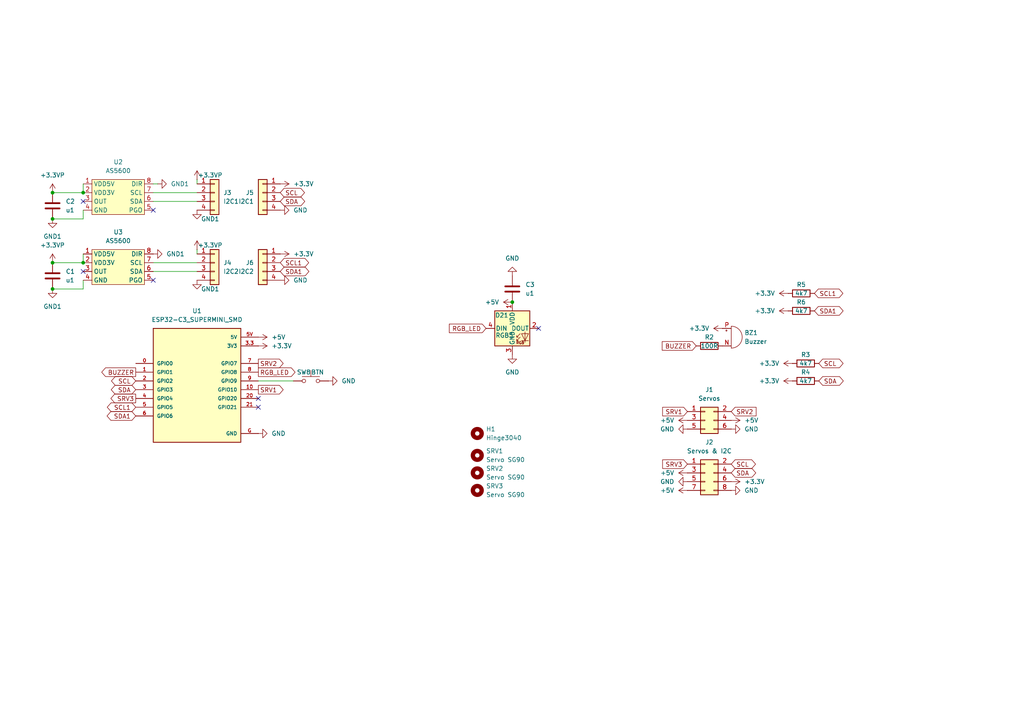
<source format=kicad_sch>
(kicad_sch (version 20250114) (generator "eeschema") (generator_version "9.0")
  (paper "A4")
  (lib_symbols
    (symbol "Connector_Generic:Conn_01x04" (pin_names (offset 1.016) (hide yes))
      (property "Reference" "J" (at 0 5.08 0))
      (property "Value" "Conn_01x04" (at 0 -7.62 0))
      (symbol "Conn_01x04_1_1"
        (rectangle (start -1.27 3.81) (end 1.27 -6.35) (stroke (width 0.254)) (fill (type background)))
        (rectangle (start -1.27 2.667) (end 0 2.413) (stroke (width 0.1524)))
        (rectangle (start -1.27 0.127) (end 0 -0.127) (stroke (width 0.1524)))
        (rectangle (start -1.27 -2.413) (end 0 -2.667) (stroke (width 0.1524)))
        (rectangle (start -1.27 -4.953) (end 0 -5.207) (stroke (width 0.1524)))
        (pin passive line (at -5.08 2.54 0) (length 3.81) (name "Pin_1") (number "1"))
        (pin passive line (at -5.08 0 0) (length 3.81) (name "Pin_2") (number "2"))
        (pin passive line (at -5.08 -2.54 0) (length 3.81) (name "Pin_3") (number "3"))
        (pin passive line (at -5.08 -5.08 0) (length 3.81) (name "Pin_4") (number "4"))
      )
    )
    (symbol "Connector_Generic:Conn_02x03_Odd_Even" (pin_names (offset 1.016) (hide yes))
      (property "Reference" "J" (at 1.27 5.08 0))
      (property "Value" "Conn_02x03_Odd_Even" (at 1.27 -5.08 0))
      (symbol "Conn_02x03_Odd_Even_1_1"
        (rectangle (start -1.27 3.81) (end 3.81 -3.81) (stroke (width 0.254)) (fill (type background)))
        (rectangle (start -1.27 2.667) (end 0 2.413) (stroke (width 0.1524)))
        (rectangle (start -1.27 0.127) (end 0 -0.127) (stroke (width 0.1524)))
        (rectangle (start -1.27 -2.413) (end 0 -2.667) (stroke (width 0.1524)))
        (rectangle (start 3.81 2.667) (end 2.54 2.413) (stroke (width 0.1524)))
        (rectangle (start 3.81 0.127) (end 2.54 -0.127) (stroke (width 0.1524)))
        (rectangle (start 3.81 -2.413) (end 2.54 -2.667) (stroke (width 0.1524)))
        (pin passive line (at -5.08 2.54 0) (length 3.81) (name "Pin_1") (number "1"))
        (pin passive line (at -5.08 0 0) (length 3.81) (name "Pin_3") (number "3"))
        (pin passive line (at -5.08 -2.54 0) (length 3.81) (name "Pin_5") (number "5"))
        (pin passive line (at 7.62 2.54 180) (length 3.81) (name "Pin_2") (number "2"))
        (pin passive line (at 7.62 0 180) (length 3.81) (name "Pin_4") (number "4"))
        (pin passive line (at 7.62 -2.54 180) (length 3.81) (name "Pin_6") (number "6"))
      )
    )
    (symbol "Connector_Generic:Conn_02x04_Odd_Even" (pin_names (offset 1.016) (hide yes))
      (property "Reference" "J" (at 1.27 5.08 0))
      (property "Value" "Conn_02x04_Odd_Even" (at 1.27 -7.62 0))
      (symbol "Conn_02x04_Odd_Even_1_1"
        (rectangle (start -1.27 3.81) (end 3.81 -6.35) (stroke (width 0.254)) (fill (type background)))
        (rectangle (start -1.27 2.667) (end 0 2.413) (stroke (width 0.1524)))
        (rectangle (start -1.27 0.127) (end 0 -0.127) (stroke (width 0.1524)))
        (rectangle (start -1.27 -2.413) (end 0 -2.667) (stroke (width 0.1524)))
        (rectangle (start -1.27 -4.953) (end 0 -5.207) (stroke (width 0.1524)))
        (rectangle (start 3.81 2.667) (end 2.54 2.413) (stroke (width 0.1524)))
        (rectangle (start 3.81 0.127) (end 2.54 -0.127) (stroke (width 0.1524)))
        (rectangle (start 3.81 -2.413) (end 2.54 -2.667) (stroke (width 0.1524)))
        (rectangle (start 3.81 -4.953) (end 2.54 -5.207) (stroke (width 0.1524)))
        (pin passive line (at -5.08 2.54 0) (length 3.81) (name "Pin_1") (number "1"))
        (pin passive line (at -5.08 0 0) (length 3.81) (name "Pin_3") (number "3"))
        (pin passive line (at -5.08 -2.54 0) (length 3.81) (name "Pin_5") (number "5"))
        (pin passive line (at -5.08 -5.08 0) (length 3.81) (name "Pin_7") (number "7"))
        (pin passive line (at 7.62 2.54 180) (length 3.81) (name "Pin_2") (number "2"))
        (pin passive line (at 7.62 0 180) (length 3.81) (name "Pin_4") (number "4"))
        (pin passive line (at 7.62 -2.54 180) (length 3.81) (name "Pin_6") (number "6"))
        (pin passive line (at 7.62 -5.08 180) (length 3.81) (name "Pin_8") (number "8"))
      )
    )
    (symbol "Device:C" (pin_numbers (hide yes)) (pin_names (offset 0.254))
      (property "Reference" "C" (at 0.635 2.54 0))
      (property "Value" "C" (at 0.635 -2.54 0))
      (symbol "C_0_1"
        (polyline (pts (xy -2.032 0.762) (xy 2.032 0.762)) (stroke (width 0.508)))
        (polyline (pts (xy -2.032 -0.762) (xy 2.032 -0.762)) (stroke (width 0.508)))
      )
      (symbol "C_1_1"
        (pin passive line (at 0 3.81 270) (length 2.794) (name "~") (number "1"))
        (pin passive line (at 0 -3.81 90) (length 2.794) (name "~") (number "2"))
      )
    )
    (symbol "Device:R" (pin_numbers (hide yes)) (pin_names (offset 0))
      (property "Reference" "R" (at 2.032 0 90))
      (property "Value" "R" (at 0 0 90))
      (symbol "R_0_1"
        (rectangle (start -1.016 -2.54) (end 1.016 2.54) (stroke (width 0.254)))
      )
      (symbol "R_1_1"
        (pin passive line (at 0 3.81 270) (length 1.27) (name "~") (number "1"))
        (pin passive line (at 0 -3.81 90) (length 1.27) (name "~") (number "2"))
      )
    )
    (symbol "Mechanical:MountingHole" (pin_names (offset 1.016)) (in_bom no)
      (property "Reference" "H" (at 0 5.08 0))
      (property "Value" "MountingHole" (at 0 3.175 0))
      (symbol "MountingHole_0_1"
        (circle (center 0 0) (radius 1.27) (stroke (width 1.27)))
      )
    )
    (symbol "Switch:SW_Push" (pin_numbers (hide yes)) (pin_names (offset 1.016) (hide yes))
      (property "Reference" "SW" (at 1.27 2.54 0))
      (property "Value" "SW_Push" (at 0 -1.524 0))
      (symbol "SW_Push_0_1"
        (circle (center -2.032 0) (radius 0.508))
        (polyline (pts (xy 0 1.27) (xy 0 3.048)))
        (circle (center 2.032 0) (radius 0.508))
        (polyline (pts (xy 2.54 1.27) (xy -2.54 1.27)))
        (pin passive line (at -5.08 0 0) (length 2.54) (name "1") (number "1"))
        (pin passive line (at 5.08 0 180) (length 2.54) (name "2") (number "2"))
      )
    )
    (symbol "liebler_MECH:Buzzer" (pin_names (offset 0.0254) (hide yes))
      (property "Reference" "BZ" (at 3.81 1.27 0))
      (property "Value" "Buzzer" (at 3.81 -1.27 0))
      (symbol "Buzzer_0_1"
        (polyline (pts (xy -1.651 1.905) (xy -1.143 1.905)))
        (polyline (pts (xy -1.397 2.159) (xy -1.397 1.651)))
        (arc (start 0 3.175) (mid 3.1612 0) (end 0 -3.175))
        (polyline (pts (xy 0 3.175) (xy 0 -3.175)))
      )
      (symbol "Buzzer_1_1"
        (pin passive line (at -2.54 2.54 0) (length 2.54) (name "+") (number "P"))
        (pin passive line (at -2.54 -2.54 0) (length 2.54) (name "-") (number "N"))
      )
    )
    (symbol "liebler_MODULES:ESP32-C3_SUPERMINI_SMD" (pin_names (offset 1.016))
      (property "Reference" "U" (at -12.7 16.002 0))
      (property "Value" "ESP32-C3_SUPERMINI_SMD" (at -12.7 -20.32 0))
      (symbol "ESP32-C3_SUPERMINI_SMD_0_0"
        (rectangle (start -12.7 -17.78) (end 12.7 15.24) (stroke (width 0.254)) (fill (type background)))
        (pin bidirectional line (at -17.78 5.08 0) (length 5.08) (name "GPIO0") (number "0"))
        (pin bidirectional line (at -17.78 2.54 0) (length 5.08) (name "GPIO1") (number "1"))
        (pin bidirectional line (at -17.78 0 0) (length 5.08) (name "GPIO2") (number "2"))
        (pin bidirectional line (at -17.78 -2.54 0) (length 5.08) (name "GPIO3") (number "3"))
        (pin bidirectional line (at -17.78 -5.08 0) (length 5.08) (name "GPIO4") (number "4"))
        (pin bidirectional line (at -17.78 -7.62 0) (length 5.08) (name "GPIO5") (number "5"))
        (pin bidirectional line (at -17.78 -10.16 0) (length 5.08) (name "GPIO6") (number "6"))
        (pin power_in line (at 17.78 12.7 180) (length 5.08) (name "5V") (number "5V"))
        (pin power_in line (at 17.78 10.16 180) (length 5.08) (name "3V3") (number "3.3"))
        (pin bidirectional line (at 17.78 5.08 180) (length 5.08) (name "GPIO7") (number "7"))
        (pin bidirectional line (at 17.78 2.54 180) (length 5.08) (name "GPIO8") (number "8"))
        (pin bidirectional line (at 17.78 0 180) (length 5.08) (name "GPIO9") (number "9"))
        (pin bidirectional line (at 17.78 -2.54 180) (length 5.08) (name "GPIO10") (number "10"))
        (pin bidirectional line (at 17.78 -5.08 180) (length 5.08) (name "GPIO20") (number "20"))
        (pin bidirectional line (at 17.78 -7.62 180) (length 5.08) (name "GPIO21") (number "21"))
        (pin power_in line (at 17.78 -15.24 180) (length 5.08) (name "GND") (number "G"))
      )
    )
    (symbol "liebler_OPTO:SK6812MINI-E_Reverse" (pin_names (offset 0.254))
      (property "Reference" "D" (at 5.08 5.715 0))
      (property "Value" "SK6812MINI-E_Reverse" (at 1.27 -5.715 0))
      (symbol "SK6812MINI-E_Reverse_0_0"
        (text "RGB" (at 2.286 -4.191 0) (effects (font (size 0.762 0.762))))
      )
      (symbol "SK6812MINI-E_Reverse_0_1"
        (rectangle (start -5.08 5.08) (end 5.08 -5.08) (stroke (width 0.254)) (fill (type background)))
        (polyline (pts (xy 1.27 -2.54) (xy 1.778 -2.54)))
        (polyline (pts (xy 1.27 -3.556) (xy 1.778 -3.556)))
        (polyline (pts (xy 2.286 -1.524) (xy 1.27 -2.54) (xy 1.27 -2.032)))
        (polyline (pts (xy 2.286 -2.54) (xy 1.27 -3.556) (xy 1.27 -3.048)))
        (polyline (pts (xy 3.683 -1.016) (xy 3.683 -3.556) (xy 3.683 -4.064)))
        (polyline (pts (xy 4.699 -1.524) (xy 2.667 -1.524) (xy 3.683 -3.556) (xy 4.699 -1.524)))
        (polyline (pts (xy 4.699 -3.556) (xy 2.667 -3.556)))
      )
      (symbol "SK6812MINI-E_Reverse_1_1"
        (pin input line (at -7.62 0 0) (length 2.54) (name "DIN") (number "4"))
        (pin power_in line (at 0 7.62 270) (length 2.54) (name "VDD") (number "1"))
        (pin power_in line (at 0 -7.62 90) (length 2.54) (name "GND") (number "3"))
        (pin output line (at 7.62 0 180) (length 2.54) (name "DOUT") (number "2"))
      )
    )
    (symbol "liebler_SEMICONDUCTORS:AS5600"
      (property "Reference" "U" (at 0 0 0))
      (property "Value" "AS5600" (at 0 0 0))
      (symbol "AS5600_1_1"
        (rectangle (start -7.62 5.08) (end 7.62 -5.08) (fill (type background)))
        (pin power_in line (at -10.16 3.81 0) (length 2.54) (name "VDD5V") (number "1"))
        (pin power_in line (at -10.16 1.27 0) (length 2.54) (name "VDD3V") (number "2"))
        (pin output line (at -10.16 -1.27 0) (length 2.54) (name "OUT") (number "3"))
        (pin power_in line (at -10.16 -3.81 0) (length 2.54) (name "GND") (number "4"))
        (pin input line (at 10.16 3.81 180) (length 2.54) (name "DIR") (number "8"))
        (pin bidirectional line (at 10.16 1.27 180) (length 2.54) (name "SCL") (number "7"))
        (pin bidirectional line (at 10.16 -1.27 180) (length 2.54) (name "SDA") (number "6"))
        (pin input line (at 10.16 -3.81 180) (length 2.54) (name "PGO") (number "5"))
      )
    )
    (symbol "power:+3.3V" (power) (pin_numbers (hide yes)) (pin_names (offset 0) (hide yes))
      (property "Value" "+3.3V" (at 0 3.556 0))
      (symbol "+3.3V_0_1"
        (polyline (pts (xy -0.762 1.27) (xy 0 2.54)))
        (polyline (pts (xy 0 2.54) (xy 0.762 1.27)))
        (polyline (pts (xy 0 0) (xy 0 2.54)))
      )
      (symbol "+3.3V_1_1"
        (pin power_in line (at 0 0 90) (length 0) (name "~") (number "1"))
      )
    )
    (symbol "power:+3.3VP" (power) (pin_numbers (hide yes)) (pin_names (offset 0) (hide yes))
      (property "Value" "+3.3VP" (at 0 3.556 0))
      (symbol "+3.3VP_0_0"
        (pin power_in line (at 0 0 90) (length 0) (name "~") (number "1"))
      )
      (symbol "+3.3VP_0_1"
        (polyline (pts (xy -0.762 1.27) (xy 0 2.54)))
        (polyline (pts (xy 0 2.54) (xy 0.762 1.27)))
        (polyline (pts (xy 0 0) (xy 0 2.54)))
      )
    )
    (symbol "power:+5V" (power) (pin_numbers (hide yes)) (pin_names (offset 0) (hide yes))
      (property "Value" "+5V" (at 0 3.556 0))
      (symbol "+5V_0_1"
        (polyline (pts (xy -0.762 1.27) (xy 0 2.54)))
        (polyline (pts (xy 0 2.54) (xy 0.762 1.27)))
        (polyline (pts (xy 0 0) (xy 0 2.54)))
      )
      (symbol "+5V_1_1"
        (pin power_in line (at 0 0 90) (length 0) (name "~") (number "1"))
      )
    )
    (symbol "power:GND" (power) (pin_numbers (hide yes)) (pin_names (offset 0) (hide yes))
      (property "Value" "GND" (at 0 -3.81 0))
      (symbol "GND_0_1"
        (polyline (pts (xy 0 0) (xy 0 -1.27) (xy 1.27 -1.27) (xy 0 -2.54) (xy -1.27 -1.27) (xy 0 -1.27)))
      )
      (symbol "GND_1_1"
        (pin power_in line (at 0 0 270) (length 0) (name "~") (number "1"))
      )
    )
    (symbol "power:GND1" (power) (pin_numbers (hide yes)) (pin_names (offset 0) (hide yes))
      (property "Value" "GND1" (at 0 -3.81 0))
      (symbol "GND1_0_1"
        (polyline (pts (xy 0 0) (xy 0 -1.27) (xy 1.27 -1.27) (xy 0 -2.54) (xy -1.27 -1.27) (xy 0 -1.27)))
      )
      (symbol "GND1_1_1"
        (pin power_in line (at 0 0 270) (length 0) (name "~") (number "1"))
      )
    )
  )
  (junction (at 15.24 55.88))
  (junction (at 15.24 83.82))
  (junction (at 15.24 76.2))
  (junction (at 15.24 63.5))
  (junction (at 24.13 76.2))
  (junction (at 148.59 87.63))
  (junction (at 24.13 55.88))
  (no_connect (at 44.45 60.96))
  (no_connect (at 24.13 58.42))
  (no_connect (at 74.93 118.11))
  (no_connect (at 156.21 95.25))
  (no_connect (at 74.93 115.57))
  (no_connect (at 24.13 78.74))
  (no_connect (at 44.45 81.28))
  (wire (pts (xy 24.13 81.28) (xy 24.13 83.82)))
  (wire (pts (xy 44.45 58.42) (xy 57.15 58.42)))
  (wire (pts (xy 15.24 83.82) (xy 24.13 83.82)))
  (wire (pts (xy 57.15 53.34) (xy 57.15 52.07)))
  (wire (pts (xy 44.45 78.74) (xy 57.15 78.74)))
  (wire (pts (xy 74.93 110.49) (xy 85.09 110.49)))
  (wire (pts (xy 15.24 55.88) (xy 24.13 55.88)))
  (wire (pts (xy 24.13 73.66) (xy 24.13 76.2)))
  (wire (pts (xy 15.24 63.5) (xy 24.13 63.5)))
  (wire (pts (xy 15.24 76.2) (xy 24.13 76.2)))
  (wire (pts (xy 24.13 63.5) (xy 24.13 60.96)))
  (wire (pts (xy 44.45 55.88) (xy 57.15 55.88)))
  (wire (pts (xy 44.45 53.34) (xy 45.72 53.34)))
  (wire (pts (xy 57.15 73.66) (xy 57.15 72.39)))
  (wire (pts (xy 44.45 76.2) (xy 57.15 76.2)))
  (wire (pts (xy 24.13 53.34) (xy 24.13 55.88)))
  (global_label "SRV3" (shape output) (at 39.37 115.57 180) (property "Intersheetrefs" "${INTERSHEET_REFS}" (effects (hide yes))))
  (global_label "SCL" (shape bidirectional) (at 237.49 105.41 0) (property "Intersheetrefs" "${INTERSHEET_REFS}" (effects (hide yes))))
  (global_label "BUZZER" (shape input) (at 201.93 100.33 180) (property "Intersheetrefs" "${INTERSHEET_REFS}" (effects (hide yes))))
  (global_label "SDA" (shape bidirectional) (at 81.28 58.42 0) (property "Intersheetrefs" "${INTERSHEET_REFS}" (effects (hide yes))))
  (global_label "SRV1" (shape output) (at 74.93 113.03 0) (property "Intersheetrefs" "${INTERSHEET_REFS}" (effects (hide yes))))
  (global_label "SCL" (shape bidirectional) (at 39.37 110.49 180) (property "Intersheetrefs" "${INTERSHEET_REFS}" (effects (hide yes))))
  (global_label "SRV2" (shape output) (at 74.93 105.41 0) (property "Intersheetrefs" "${INTERSHEET_REFS}" (effects (hide yes))))
  (global_label "SCL" (shape bidirectional) (at 212.09 134.62 0) (property "Intersheetrefs" "${INTERSHEET_REFS}" (effects (hide yes))))
  (global_label "SDA1" (shape bidirectional) (at 81.28 78.74 0) (property "Intersheetrefs" "${INTERSHEET_REFS}" (effects (hide yes))))
  (global_label "SDA" (shape bidirectional) (at 237.49 110.49 0) (property "Intersheetrefs" "${INTERSHEET_REFS}" (effects (hide yes))))
  (global_label "SRV2" (shape input) (at 212.09 119.38 0) (property "Intersheetrefs" "${INTERSHEET_REFS}" (effects (hide yes))))
  (global_label "SRV3" (shape input) (at 199.39 134.62 180) (property "Intersheetrefs" "${INTERSHEET_REFS}" (effects (hide yes))))
  (global_label "RGB_LED" (shape input) (at 140.97 95.25 180) (property "Intersheetrefs" "${INTERSHEET_REFS}" (effects (hide yes))))
  (global_label "SCL1" (shape bidirectional) (at 81.28 76.2 0) (property "Intersheetrefs" "${INTERSHEET_REFS}" (effects (hide yes))))
  (global_label "SCL1" (shape bidirectional) (at 39.37 118.11 180) (property "Intersheetrefs" "${INTERSHEET_REFS}" (effects (hide yes))))
  (global_label "SDA1" (shape bidirectional) (at 236.22 90.17 0) (property "Intersheetrefs" "${INTERSHEET_REFS}" (effects (hide yes))))
  (global_label "SRV1" (shape input) (at 199.39 119.38 180) (property "Intersheetrefs" "${INTERSHEET_REFS}" (effects (hide yes))))
  (global_label "SDA1" (shape bidirectional) (at 39.37 120.65 180) (property "Intersheetrefs" "${INTERSHEET_REFS}" (effects (hide yes))))
  (global_label "SDA" (shape bidirectional) (at 39.37 113.03 180) (property "Intersheetrefs" "${INTERSHEET_REFS}" (effects (hide yes))))
  (global_label "BUZZER" (shape output) (at 39.37 107.95 180) (property "Intersheetrefs" "${INTERSHEET_REFS}" (effects (hide yes))))
  (global_label "RGB_LED" (shape output) (at 74.93 107.95 0) (property "Intersheetrefs" "${INTERSHEET_REFS}" (effects (hide yes))))
  (global_label "SCL1" (shape bidirectional) (at 236.22 85.09 0) (property "Intersheetrefs" "${INTERSHEET_REFS}" (effects (hide yes))))
  (global_label "SCL" (shape bidirectional) (at 81.28 55.88 0) (property "Intersheetrefs" "${INTERSHEET_REFS}" (effects (hide yes))))
  (global_label "SDA" (shape bidirectional) (at 212.09 137.16 0) (property "Intersheetrefs" "${INTERSHEET_REFS}" (effects (hide yes))))
  (symbol (lib_id "Connector_Generic:Conn_02x03_Odd_Even") (at 204.47 121.92 0) (unit 1)
    (property "Reference" "J1" (at 205.74 113.03 0))
    (property "Value" "Servos" (at 205.74 115.57 0))
    (property "Footprint" "Connector_PinHeader_2.54mm:PinHeader_2x03_P2.54mm_Vertical_SMD" (effects (hide yes)))
    (property "Description" "Generic connector, double row, 02x03, odd/even pin numbering scheme (row 1 odd numbers, row 2 even numbers), script generated (kicad-library-utils/schlib/autogen/connector/)" (effects (hide yes)))
  )
  (symbol (lib_id "power:GND1") (at 57.15 81.28 0) (unit 1)
    (property "Reference" "#PWR019" (effects (hide yes)))
    (property "Value" "GND1" (at 60.96 83.82 0))
    (property "Description" "Power symbol creates a global label with name \"GND1\" , ground" (effects (hide yes)))
  )
  (symbol (lib_id "power:+3.3V") (at 228.6 90.17 90) (unit 1)
    (property "Reference" "#PWR032" (effects (hide yes)))
    (property "Value" "+3.3V" (at 224.79 90.1699 90) (effects (justify left)))
    (property "Description" "Power symbol creates a global label with name \"+3.3V\"" (effects (hide yes)))
  )
  (symbol (lib_id "power:+3.3V") (at 81.28 53.34 270) (unit 1)
    (property "Reference" "#PWR026" (effects (hide yes)))
    (property "Value" "+3.3V" (at 85.09 53.3399 90) (effects (justify left)))
    (property "Description" "Power symbol creates a global label with name \"+3.3V\"" (effects (hide yes)))
  )
  (symbol (lib_id "Device:C") (at 148.59 83.82 180) (unit 1)
    (property "Reference" "C3" (at 152.4 82.5499 0) (effects (justify right)))
    (property "Value" "u1" (at 152.4 85.0899 0) (effects (justify right)))
    (property "Footprint" "Capacitor_SMD:C_1206_3216Metric_Pad1.33x1.80mm_HandSolder" (effects (hide yes)))
    (property "Description" "Unpolarized capacitor" (effects (hide yes)))
  )
  (symbol (lib_id "power:GND1") (at 15.24 83.82 0) (unit 1)
    (property "Reference" "#PWR024" (effects (hide yes)))
    (property "Value" "GND1" (at 15.24 88.9 0))
    (property "Description" "Power symbol creates a global label with name \"GND1\" , ground" (effects (hide yes)))
  )
  (symbol (lib_id "power:GND") (at 148.59 80.01 180) (unit 1)
    (property "Reference" "#PWR033" (effects (hide yes)))
    (property "Value" "GND" (at 148.59 74.93 0))
    (property "Description" "Power symbol creates a global label with name \"GND\" , ground" (effects (hide yes)))
  )
  (symbol (lib_id "Device:R") (at 232.41 85.09 270) (unit 1)
    (property "Reference" "R5" (at 232.41 82.55 90))
    (property "Value" "4k7" (at 232.41 85.09 90))
    (property "Footprint" "Resistor_SMD:R_1206_3216Metric_Pad1.30x1.75mm_HandSolder" (effects (hide yes)))
    (property "Description" "Resistor" (effects (hide yes)))
  )
  (symbol (lib_id "liebler_MODULES:ESP32-C3_SUPERMINI_SMD") (at 57.15 110.49 0) (unit 1)
    (property "Reference" "U1" (at 57.15 90.17 0))
    (property "Value" "ESP32-C3_SUPERMINI_SMD" (at 57.15 92.71 0))
    (property "Footprint" "liebler_MODULES:MODULE_ESP32-C3_SUPERMINI" (effects (hide yes)))
    (property "MF" "Espressif Systems" (effects (hide yes)))
    (property "MAXIMUM_PACKAGE_HEIGHT" "4.2mm" (effects (hide yes)))
    (property "Package" "None" (effects (hide yes)))
    (property "Price" "None" (effects (hide yes)))
    (property "Check_prices" "https://www.snapeda.com/parts/ESP32-C3%20SuperMini_SMD/Espressif+Systems/view-part/?ref=eda" (effects (hide yes)))
    (property "STANDARD" "Manufacturer Recommendations" (effects (hide yes)))
    (property "SnapEDA_Link" "https://www.snapeda.com/parts/ESP32-C3%20SuperMini_SMD/Espressif+Systems/view-part/?ref=snap" (effects (hide yes)))
    (property "MP" "ESP32-C3 SuperMini_SMD" (effects (hide yes)))
    (property "Description_1" "Super tiny ESP32-C3 board" (effects (hide yes)))
    (property "Availability" "Not in stock" (effects (hide yes)))
    (property "MANUFACTURER" "Espressif" (effects (hide yes)))
  )
  (symbol (lib_id "power:GND") (at 199.39 124.46 270) (unit 1)
    (property "Reference" "#PWR04" (effects (hide yes)))
    (property "Value" "GND" (at 195.58 124.4599 90) (effects (justify right)))
    (property "Description" "Power symbol creates a global label with name \"GND\" , ground" (effects (hide yes)))
  )
  (symbol (lib_id "Mechanical:MountingHole") (at 138.43 142.24 0) (unit 1) (in_bom no)
    (property "Reference" "SRV3" (at 140.97 140.9699 0) (effects (justify left)))
    (property "Value" "Servo SG90" (at 140.97 143.5099 0) (effects (justify left)))
    (property "Footprint" "liebler_MECH:SG90_vertical_PCB" (effects (hide yes)))
    (property "Description" "Mounting Hole without connection" (effects (hide yes)))
  )
  (symbol (lib_id "power:+3.3V") (at 229.87 105.41 90) (unit 1)
    (property "Reference" "#PWR013" (effects (hide yes)))
    (property "Value" "+3.3V" (at 226.06 105.4099 90) (effects (justify left)))
    (property "Description" "Power symbol creates a global label with name \"+3.3V\"" (effects (hide yes)))
  )
  (symbol (lib_id "Device:R") (at 205.74 100.33 270) (unit 1)
    (property "Reference" "R2" (at 205.74 97.79 90))
    (property "Value" "100R" (at 205.74 100.33 90))
    (property "Footprint" "Resistor_SMD:R_1206_3216Metric_Pad1.30x1.75mm_HandSolder" (effects (hide yes)))
    (property "Description" "Resistor" (effects (hide yes)))
  )
  (symbol (lib_id "power:+3.3VP") (at 57.15 72.39 0) (unit 1)
    (property "Reference" "#PWR018" (effects (hide yes)))
    (property "Value" "+3.3VP" (at 60.96 71.12 0))
    (property "Description" "Power symbol creates a global label with name \"+3.3VP\"" (effects (hide yes)))
  )
  (symbol (lib_id "power:GND1") (at 44.45 73.66 90) (unit 1)
    (property "Reference" "#PWR022" (effects (hide yes)))
    (property "Value" "GND1" (at 48.26 73.6599 90) (effects (justify right)))
    (property "Description" "Power symbol creates a global label with name \"GND1\" , ground" (effects (hide yes)))
  )
  (symbol (lib_id "power:+3.3V") (at 81.28 73.66 270) (unit 1)
    (property "Reference" "#PWR027" (effects (hide yes)))
    (property "Value" "+3.3V" (at 85.09 73.6599 90) (effects (justify left)))
    (property "Description" "Power symbol creates a global label with name \"+3.3V\"" (effects (hide yes)))
  )
  (symbol (lib_id "Device:R") (at 233.68 105.41 270) (unit 1)
    (property "Reference" "R3" (at 233.68 102.87 90))
    (property "Value" "4k7" (at 233.68 105.41 90))
    (property "Footprint" "Resistor_SMD:R_1206_3216Metric_Pad1.30x1.75mm_HandSolder" (effects (hide yes)))
    (property "Description" "Resistor" (effects (hide yes)))
  )
  (symbol (lib_id "Connector_Generic:Conn_01x04") (at 62.23 76.2 0) (unit 1)
    (property "Reference" "J4" (at 64.77 76.1999 0) (effects (justify left)))
    (property "Value" "I2C2" (at 64.77 78.7399 0) (effects (justify left)))
    (property "Footprint" "Connector_PinHeader_2.54mm:PinHeader_1x04_P2.54mm_Vertical" (effects (hide yes)))
    (property "Description" "Generic connector, single row, 01x04, script generated (kicad-library-utils/schlib/autogen/connector/)" (effects (hide yes)))
  )
  (symbol (lib_id "liebler_SEMICONDUCTORS:AS5600") (at 34.29 77.47 0) (unit 1)
    (property "Reference" "U3" (at 34.29 67.31 0))
    (property "Value" "AS5600" (at 34.29 69.85 0))
    (property "Footprint" "liebler_SEMICONDUCTORS:SOIC-8_3.9x4.9mm_P1.27mm_handsolder" (effects (hide yes)))
  )
  (symbol (lib_id "power:GND") (at 212.09 124.46 90) (mirror x) (unit 1)
    (property "Reference" "#PWR05" (effects (hide yes)))
    (property "Value" "GND" (at 215.9 124.4599 90) (effects (justify right)))
    (property "Description" "Power symbol creates a global label with name \"GND\" , ground" (effects (hide yes)))
  )
  (symbol (lib_id "Mechanical:MountingHole") (at 138.43 137.16 0) (unit 1) (in_bom no)
    (property "Reference" "SRV2" (at 140.97 135.8899 0) (effects (justify left)))
    (property "Value" "Servo SG90" (at 140.97 138.4299 0) (effects (justify left)))
    (property "Footprint" "liebler_MECH:SG90_PCB" (effects (hide yes)))
    (property "Description" "Mounting Hole without connection" (effects (hide yes)))
  )
  (symbol (lib_id "power:GND") (at 212.09 142.24 90) (unit 1)
    (property "Reference" "#PWR017" (effects (hide yes)))
    (property "Value" "GND" (at 215.9 142.2399 90) (effects (justify right)))
    (property "Description" "Power symbol creates a global label with name \"GND\" , ground" (effects (hide yes)))
  )
  (symbol (lib_id "power:GND") (at 199.39 139.7 270) (unit 1)
    (property "Reference" "#PWR06" (effects (hide yes)))
    (property "Value" "GND" (at 195.58 139.6999 90) (effects (justify right)))
    (property "Description" "Power symbol creates a global label with name \"GND\" , ground" (effects (hide yes)))
  )
  (symbol (lib_id "power:+5V") (at 199.39 121.92 90) (unit 1)
    (property "Reference" "#PWR01" (effects (hide yes)))
    (property "Value" "+5V" (at 195.58 121.9199 90) (effects (justify left)))
    (property "Description" "Power symbol creates a global label with name \"+5V\"" (effects (hide yes)))
  )
  (symbol (lib_id "power:+3.3V") (at 229.87 110.49 90) (unit 1)
    (property "Reference" "#PWR014" (effects (hide yes)))
    (property "Value" "+3.3V" (at 226.06 110.4899 90) (effects (justify left)))
    (property "Description" "Power symbol creates a global label with name \"+3.3V\"" (effects (hide yes)))
  )
  (symbol (lib_id "liebler_OPTO:SK6812MINI-E_Reverse") (at 148.59 95.25 0) (unit 1)
    (property "Reference" "D21" (at 145.542 91.44 0))
    (property "Value" "RGB3" (at 146.304 97.282 0))
    (property "Footprint" "liebler_OPTO:SK6812MINI-E_REV" (effects (hide yes)))
    (property "MPN" "SK6812MINI-EA" (effects (hide yes)))
    (property "Manufacturer" "OPSCO Optoelectronics" (effects (hide yes)))
  )
  (symbol (lib_id "Device:R") (at 233.68 110.49 270) (unit 1)
    (property "Reference" "R4" (at 233.68 107.95 90))
    (property "Value" "4k7" (at 233.68 110.49 90))
    (property "Footprint" "Resistor_SMD:R_1206_3216Metric_Pad1.30x1.75mm_HandSolder" (effects (hide yes)))
    (property "Description" "Resistor" (effects (hide yes)))
  )
  (symbol (lib_id "Connector_Generic:Conn_01x04") (at 62.23 55.88 0) (unit 1)
    (property "Reference" "J3" (at 64.77 55.8799 0) (effects (justify left)))
    (property "Value" "I2C1" (at 64.77 58.4199 0) (effects (justify left)))
    (property "Footprint" "Connector_PinHeader_2.54mm:PinHeader_1x04_P2.54mm_Vertical" (effects (hide yes)))
    (property "Description" "Generic connector, single row, 01x04, script generated (kicad-library-utils/schlib/autogen/connector/)" (effects (hide yes)))
  )
  (symbol (lib_id "power:+3.3V") (at 74.93 100.33 270) (unit 1)
    (property "Reference" "#PWR09" (effects (hide yes)))
    (property "Value" "+3.3V" (at 78.74 100.3299 90) (effects (justify left)))
    (property "Description" "Power symbol creates a global label with name \"+3.3V\"" (effects (hide yes)))
  )
  (symbol (lib_id "power:+3.3V") (at 209.55 95.25 90) (unit 1)
    (property "Reference" "#PWR010" (effects (hide yes)))
    (property "Value" "+3.3V" (at 205.74 95.2499 90) (effects (justify left)))
    (property "Description" "Power symbol creates a global label with name \"+3.3V\"" (effects (hide yes)))
  )
  (symbol (lib_id "liebler_MECH:Buzzer") (at 212.09 97.79 0) (unit 1)
    (property "Reference" "BZ1" (at 215.9 96.5199 0) (effects (justify left)))
    (property "Value" "Buzzer" (at 215.9 99.0599 0) (effects (justify left)))
    (property "Footprint" "liebler_MECH:XDCR_CMT-7525-80-SMT-TR_handsolder" (effects (hide yes)))
    (property "Description" "Buzzer, polarized" (effects (hide yes)))
  )
  (symbol (lib_id "power:GND1") (at 15.24 63.5 0) (unit 1)
    (property "Reference" "#PWR025" (effects (hide yes)))
    (property "Value" "GND1" (at 15.24 68.58 0))
    (property "Description" "Power symbol creates a global label with name \"GND1\" , ground" (effects (hide yes)))
  )
  (symbol (lib_id "power:GND") (at 95.25 110.49 90) (unit 1)
    (property "Reference" "#PWR039" (effects (hide yes)))
    (property "Value" "GND" (at 99.06 110.4899 90) (effects (justify right)))
    (property "Description" "Power symbol creates a global label with name \"GND\" , ground" (effects (hide yes)))
  )
  (symbol (lib_id "power:GND") (at 148.59 102.87 0) (unit 1)
    (property "Reference" "#PWR037" (effects (hide yes)))
    (property "Value" "GND" (at 148.59 107.95 0))
    (property "Description" "Power symbol creates a global label with name \"GND\" , ground" (effects (hide yes)))
  )
  (symbol (lib_id "power:GND") (at 81.28 60.96 90) (unit 1)
    (property "Reference" "#PWR029" (effects (hide yes)))
    (property "Value" "GND" (at 85.09 60.9599 90) (effects (justify right)))
    (property "Description" "Power symbol creates a global label with name \"GND\" , ground" (effects (hide yes)))
  )
  (symbol (lib_id "power:GND1") (at 57.15 60.96 0) (unit 1)
    (property "Reference" "#PWR020" (effects (hide yes)))
    (property "Value" "GND1" (at 60.96 63.5 0))
    (property "Description" "Power symbol creates a global label with name \"GND1\" , ground" (effects (hide yes)))
  )
  (symbol (lib_id "power:+5V") (at 74.93 97.79 270) (unit 1)
    (property "Reference" "#PWR07" (effects (hide yes)))
    (property "Value" "+5V" (at 78.74 97.7899 90) (effects (justify left)))
    (property "Description" "Power symbol creates a global label with name \"+5V\"" (effects (hide yes)))
  )
  (symbol (lib_id "power:+5V") (at 199.39 142.24 90) (unit 1)
    (property "Reference" "#PWR015" (effects (hide yes)))
    (property "Value" "+5V" (at 195.58 142.2399 90) (effects (justify left)))
    (property "Description" "Power symbol creates a global label with name \"+5V\"" (effects (hide yes)))
  )
  (symbol (lib_id "power:+5V") (at 148.59 87.63 90) (unit 1)
    (property "Reference" "#PWR034" (effects (hide yes)))
    (property "Value" "+5V" (at 144.78 87.6299 90) (effects (justify left)))
    (property "Description" "Power symbol creates a global label with name \"+5V\"" (effects (hide yes)))
  )
  (symbol (lib_id "power:+3.3VP") (at 57.15 52.07 0) (unit 1)
    (property "Reference" "#PWR016" (effects (hide yes)))
    (property "Value" "+3.3VP" (at 60.96 50.8 0))
    (property "Description" "Power symbol creates a global label with name \"+3.3VP\"" (effects (hide yes)))
  )
  (symbol (lib_id "power:GND") (at 74.93 125.73 90) (unit 1)
    (property "Reference" "#PWR08" (effects (hide yes)))
    (property "Value" "GND" (at 78.74 125.7299 90) (effects (justify right)))
    (property "Description" "Power symbol creates a global label with name \"GND\" , ground" (effects (hide yes)))
  )
  (symbol (lib_id "power:+5V") (at 199.39 137.16 90) (unit 1)
    (property "Reference" "#PWR03" (effects (hide yes)))
    (property "Value" "+5V" (at 195.58 137.1599 90) (effects (justify left)))
    (property "Description" "Power symbol creates a global label with name \"+5V\"" (effects (hide yes)))
  )
  (symbol (lib_id "Device:R") (at 232.41 90.17 270) (unit 1)
    (property "Reference" "R6" (at 232.41 87.63 90))
    (property "Value" "4k7" (at 232.41 90.17 90))
    (property "Footprint" "Resistor_SMD:R_1206_3216Metric_Pad1.30x1.75mm_HandSolder" (effects (hide yes)))
    (property "Description" "Resistor" (effects (hide yes)))
  )
  (symbol (lib_id "power:+3.3V") (at 212.09 139.7 270) (unit 1)
    (property "Reference" "#PWR012" (effects (hide yes)))
    (property "Value" "+3.3V" (at 215.9 139.6999 90) (effects (justify left)))
    (property "Description" "Power symbol creates a global label with name \"+3.3V\"" (effects (hide yes)))
  )
  (symbol (lib_id "power:+3.3VP") (at 15.24 76.2 0) (unit 1)
    (property "Reference" "#PWR021" (effects (hide yes)))
    (property "Value" "+3.3VP" (at 15.24 71.12 0))
    (property "Description" "Power symbol creates a global label with name \"+3.3VP\"" (effects (hide yes)))
  )
  (symbol (lib_id "liebler_SEMICONDUCTORS:AS5600") (at 34.29 57.15 0) (unit 1)
    (property "Reference" "U2" (at 34.29 46.99 0))
    (property "Value" "AS5600" (at 34.29 49.53 0))
    (property "Footprint" "liebler_SEMICONDUCTORS:SOIC-8_3.9x4.9mm_P1.27mm_handsolder" (effects (hide yes)))
  )
  (symbol (lib_id "Mechanical:MountingHole") (at 138.43 132.08 0) (unit 1) (in_bom no)
    (property "Reference" "SRV1" (at 140.97 130.8099 0) (effects (justify left)))
    (property "Value" "Servo SG90" (at 140.97 133.3499 0) (effects (justify left)))
    (property "Footprint" "liebler_MECH:SG90_PCB" (effects (hide yes)))
    (property "Description" "Mounting Hole without connection" (effects (hide yes)))
  )
  (symbol (lib_id "Switch:SW_Push") (at 90.17 110.49 0) (unit 1)
    (property "Reference" "SW8" (at 90.17 107.95 0) (effects (justify right)))
    (property "Value" "BTN" (at 93.98 107.95 0) (effects (justify right)))
    (property "Footprint" "liebler_MECH:SW_Push_1P1T_NO_6x6mm_H6.5mm_Reverse" (effects (hide yes)))
    (property "MPN" "TS-1095E-A6B3-D2" (effects (hide yes)))
    (property "Manufacturer" "Yuandi" (effects (hide yes)))
  )
  (symbol (lib_id "Connector_Generic:Conn_01x04") (at 76.2 76.2 0) (mirror y) (unit 1)
    (property "Reference" "J6" (at 73.66 76.1999 0) (effects (justify left)))
    (property "Value" "I2C2" (at 73.66 78.7399 0) (effects (justify left)))
    (property "Footprint" "Connector_PinSocket_2.54mm:PinSocket_1x04_P2.54mm_Vertical" (effects (hide yes)))
    (property "Description" "Generic connector, single row, 01x04, script generated (kicad-library-utils/schlib/autogen/connector/)" (effects (hide yes)))
  )
  (symbol (lib_id "power:GND") (at 81.28 81.28 90) (unit 1)
    (property "Reference" "#PWR028" (effects (hide yes)))
    (property "Value" "GND" (at 85.09 81.2799 90) (effects (justify right)))
    (property "Description" "Power symbol creates a global label with name \"GND\" , ground" (effects (hide yes)))
  )
  (symbol (lib_id "power:+3.3V") (at 228.6 85.09 90) (unit 1)
    (property "Reference" "#PWR031" (effects (hide yes)))
    (property "Value" "+3.3V" (at 224.79 85.0899 90) (effects (justify left)))
    (property "Description" "Power symbol creates a global label with name \"+3.3V\"" (effects (hide yes)))
  )
  (symbol (lib_id "Device:C") (at 15.24 80.01 0) (unit 1)
    (property "Reference" "C1" (at 19.05 78.7399 0) (effects (justify left)))
    (property "Value" "u1" (at 19.05 81.2799 0) (effects (justify left)))
    (property "Footprint" "Capacitor_SMD:C_1206_3216Metric_Pad1.33x1.80mm_HandSolder" (effects (hide yes)))
    (property "Description" "Unpolarized capacitor" (effects (hide yes)))
  )
  (symbol (lib_id "Connector_Generic:Conn_01x04") (at 76.2 55.88 0) (mirror y) (unit 1)
    (property "Reference" "J5" (at 73.66 55.8799 0) (effects (justify left)))
    (property "Value" "I2C1" (at 73.66 58.4199 0) (effects (justify left)))
    (property "Footprint" "Connector_PinSocket_2.54mm:PinSocket_1x04_P2.54mm_Vertical" (effects (hide yes)))
    (property "Description" "Generic connector, single row, 01x04, script generated (kicad-library-utils/schlib/autogen/connector/)" (effects (hide yes)))
  )
  (symbol (lib_id "power:+5V") (at 212.09 121.92 270) (mirror x) (unit 1)
    (property "Reference" "#PWR02" (effects (hide yes)))
    (property "Value" "+5V" (at 215.9 121.9199 90) (effects (justify left)))
    (property "Description" "Power symbol creates a global label with name \"+5V\"" (effects (hide yes)))
  )
  (symbol (lib_id "power:+3.3VP") (at 15.24 55.88 0) (unit 1)
    (property "Reference" "#PWR030" (effects (hide yes)))
    (property "Value" "+3.3VP" (at 15.24 50.8 0))
    (property "Description" "Power symbol creates a global label with name \"+3.3VP\"" (effects (hide yes)))
  )
  (symbol (lib_id "Mechanical:MountingHole") (at 138.43 125.73 0) (unit 1) (in_bom no)
    (property "Reference" "H1" (at 140.97 124.4599 0) (effects (justify left)))
    (property "Value" "Hinge3040" (at 140.97 126.9999 0) (effects (justify left)))
    (property "Footprint" "liebler_MECH:Hinge_3040" (effects (hide yes)))
    (property "Description" "Mounting Hole without connection" (effects (hide yes)))
  )
  (symbol (lib_id "Connector_Generic:Conn_02x04_Odd_Even") (at 204.47 137.16 0) (unit 1)
    (property "Reference" "J2" (at 205.74 128.27 0))
    (property "Value" "Servos & I2C" (at 205.74 130.81 0))
    (property "Footprint" "Connector_PinHeader_2.54mm:PinHeader_2x04_P2.54mm_Vertical_SMD" (effects (hide yes)))
    (property "Description" "Generic connector, double row, 02x04, odd/even pin numbering scheme (row 1 odd numbers, row 2 even numbers), script generated (kicad-library-utils/schlib/autogen/connector/)" (effects (hide yes)))
  )
  (symbol (lib_id "power:GND1") (at 45.72 53.34 90) (unit 1)
    (property "Reference" "#PWR023" (effects (hide yes)))
    (property "Value" "GND1" (at 49.53 53.3399 90) (effects (justify right)))
    (property "Description" "Power symbol creates a global label with name \"GND1\" , ground" (effects (hide yes)))
  )
  (symbol (lib_id "Device:C") (at 15.24 59.69 0) (unit 1)
    (property "Reference" "C2" (at 19.05 58.4199 0) (effects (justify left)))
    (property "Value" "u1" (at 19.05 60.9599 0) (effects (justify left)))
    (property "Footprint" "Capacitor_SMD:C_1206_3216Metric_Pad1.33x1.80mm_HandSolder" (effects (hide yes)))
    (property "Description" "Unpolarized capacitor" (effects (hide yes)))
  )
)
</source>
